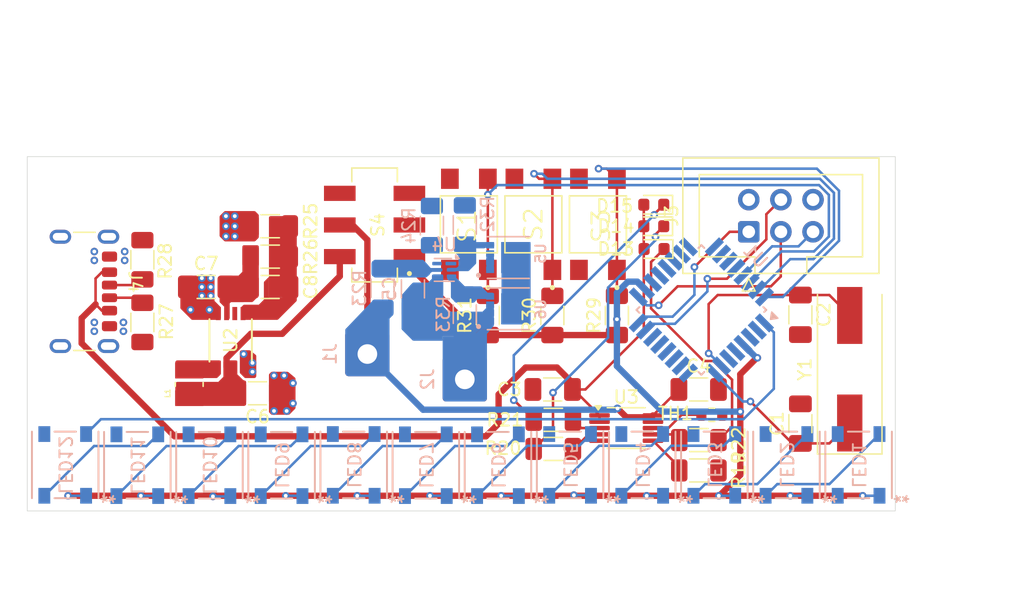
<source format=kicad_pcb>
(kicad_pcb (version 20240108) (generator "pcbnew") (generator_version "8.0")
  (layers (0 "F.Cu" signal) (31 "B.Cu" signal) (34 "B.Paste" user) (35 "F.Paste" user) (36 "B.SilkS" user "B.Silkscreen") (37 "F.SilkS" user "F.Silkscreen") (38 "B.Mask" user) (39 "F.Mask" user) (44 "Edge.Cuts" user))
  (net 0 "")
  (net 1 "Net-(U1-XTAL2{slash}PB7)")
  (net 2 "GND")
  (net 3 "Net-(U1-XTAL1{slash}PB6)")
  (net 4 "Net-(D13-A)")
  (net 5 "LiPo+")
  (net 6 "Net-(J2-Pin_1)")
  (net 7 "Net-(U4-BAT)")
  (net 8 "Net-(U2-EN)")
  (net 9 "avr_vcc")
  (net 10 "Net-(U2-FB)")
  (net 11 "Net-(D13-K)")
  (net 12 "Net-(D14-K)")
  (net 13 "Net-(D15-K)")
  (net 14 "sck")
  (net 15 "programmer_vcc")
  (net 16 "miso")
  (net 17 "reset")
  (net 18 "mosi")
  (net 19 "Net-(J4-CC1)")
  (net 20 "Net-(J4-CC2)")
  (net 21 "Net-(U2-LX)")
  (net 22 "Net-(LED1-DIN)")
  (net 24 "Net-(LED2-DIN)")
  (net 25 "Net-(LED3-DIN)")
  (net 26 "Net-(LED4-DIN)")
  (net 27 "Net-(LED5-DIN)")
  (net 28 "Net-(LED6-DIN)")
  (net 29 "Net-(LED7-DIN)")
  (net 30 "Net-(LED8-DIN)")
  (net 31 "Net-(LED10-DOUT)")
  (net 32 "Net-(LED10-DIN)")
  (net 33 "Net-(LED11-DIN)")
  (net 34 "LED_DIN")
  (net 35 "Net-(U3-PROG)")
  (net 36 "Net-(U3-STAT2)")
  (net 37 "Net-(U3-STAT1)")
  (net 38 "Net-(U3-~{PG})")
  (net 39 "Net-(U4-V-)")
  (net 40 "Net-(U1-PD2)")
  (net 41 "Net-(U1-PD1)")
  (net 42 "Net-(U1-PD0)")
  (net 43 "Net-(U4-Cout)")
  (net 44 "Net-(U4-Dout)")
  (net 47 "Net-(U3-THERM)")
  (net 68 "Net-(U5-Pad5)")
  (footprint "Resistor_SMD:R_1206_3216Metric_Pad1.30x1.75mm_HandSolder" (layer "F.Cu") (at 136.4 84.55 90)
    (property "Reference" "R31")
    (property "Value" "470")
  )
  (footprint "Package_SO:MSOP-10_3x3mm_P0.5mm" (layer "F.Cu") (at 147.3375 93.45)
    (property "Reference" "U3")
    (property "Value" "MCP73833T-AMI/UN")
  )
  (footprint "footprints:MSOP8_DIO" (layer "F.Cu") (at 116.07536 86.5209 90)
    (property "Reference" "U2")
    (property "Value" "PAM2401SCADJ")
  )
  (footprint "Resistor_SMD:R_1206_3216Metric_Pad1.30x1.75mm_HandSolder" (layer "F.Cu") (at 141.5 84.55 90)
    (property "Reference" "R30")
    (property "Value" "470")
  )
  (footprint "Resistor_SMD:R_0603_1608Metric" (layer "F.Cu") (at 154.1 92.4)
    (property "Reference" "TH1")
    (property "Value" "10k")
  )
  (footprint "TL3305CF260QG:SW_TL3305CF260QG" (layer "F.Cu") (at 134.9 77.35 90)
    (property "Reference" "S1")
    (property "Value" "TL3305CF260QG")
  )
  (footprint "Connector_IDC:IDC-Header_2x03_P2.54mm_Vertical" (layer "F.Cu") (at 157.02 77.94 90)
    (property "Reference" "J3")
    (property "Value" "Conn_02x03_Odd_Even")
  )
  (footprint "TL3305CF260QG:SW_TL3305CF260QG" (layer "F.Cu") (at 140 77.35 90)
    (property "Reference" "S2")
    (property "Value" "TL3305CF260QG")
  )
  (footprint "JS202011SCQN:SW_JS202011SCQN" (layer "F.Cu") (at 127.45 77.4 90)
    (property "Reference" "S4")
    (property "Value" "JS202011SCQN")
  )
  (footprint "Capacitor_SMD:C_1206_3216Metric_Pad1.33x1.80mm_HandSolder" (layer "F.Cu") (at 161.1 84.5 -90)
    (property "Reference" "C2")
    (property "Value" "20pf")
  )
  (footprint "Resistor_SMD:R_1206_3216Metric_Pad1.30x1.75mm_HandSolder" (layer "F.Cu") (at 141.575 92.8 180)
    (property "Reference" "R21")
    (property "Value" "470")
  )
  (footprint "Crystal:Crystal_SMD_HC49-SD" (layer "F.Cu") (at 165 88.8 90)
    (property "Reference" "Y1")
    (property "Value" "CrystalABLS-8.000MHZ-B2-T")
  )
  (footprint "Capacitor_SMD:C_1206_3216Metric_Pad1.33x1.80mm_HandSolder" (layer "F.Cu") (at 118.2 90.7 180)
    (property "Reference" "C6")
    (property "Value" "10µF")
  )
  (footprint "Resistor_SMD:R_1206_3216Metric_Pad1.30x1.75mm_HandSolder" (layer "F.Cu") (at 109.1 80.15 90)
    (property "Reference" "R28")
    (property "Value" "5k1")
  )
  (footprint "DF252012F-2R2M_P2:INDC2520X120N" (layer "F.Cu") (at 112.8 90 90)
    (property "Reference" "L1")
    (property "Value" "DFE252012F-2R2M=P2")
  )
  (footprint "Resistor_SMD:R_1206_3216Metric_Pad1.30x1.75mm_HandSolder" (layer "F.Cu") (at 153.075 96.8)
    (property "Reference" "R19")
    (property "Value" "1k")
  )
  (footprint "Capacitor_SMD:C_1206_3216Metric_Pad1.33x1.80mm_HandSolder" (layer "F.Cu") (at 114.1375 82.3)
    (property "Reference" "C7")
    (property "Value" "22µF")
  )
  (footprint "Connector_USB:USB_C_Receptacle_GCT_USB4125-xx-x_6P_TopMnt_Horizontal" (layer "F.Cu") (at 103.42 82.65 -90)
    (property "Reference" "J4")
    (property "Value" "USB4125-GF-A")
  )
  (footprint "LED_SMD:LED_0603_1608Metric" (layer "F.Cu") (at 149.5125 77.5 180)
    (property "Reference" "D14")
    (property "Value" "150060VS75000")
  )
  (footprint "Capacitor_SMD:C_1206_3216Metric_Pad1.33x1.80mm_HandSolder" (layer "F.Cu") (at 141.525 90.4 180)
    (property "Reference" "C3")
    (property "Value" "1µF")
  )
  (footprint "LED_SMD:LED_0603_1608Metric" (layer "F.Cu") (at 149.5375 79.3 180)
    (property "Reference" "D13")
    (property "Value" "150060BS75000")
  )
  (footprint "Resistor_SMD:R_1206_3216Metric_Pad1.30x1.75mm_HandSolder" (layer "F.Cu") (at 141.575 95.1 180)
    (property "Reference" "R20")
    (property "Value" "470")
  )
  (footprint "Resistor_SMD:R_1206_3216Metric_Pad1.30x1.75mm_HandSolder" (layer "F.Cu") (at 153.075 94.4)
    (property "Reference" "R22")
    (property "Value" "470")
  )
  (footprint "Capacitor_SMD:C_1206_3216Metric_Pad1.33x1.80mm_HandSolder" (layer "F.Cu") (at 161.1 93.1 90)
    (property "Reference" "C1")
    (property "Value" "20pf")
  )
  (footprint "Capacitor_SMD:C_1206_3216Metric_Pad1.33x1.80mm_HandSolder" (layer "F.Cu") (at 153.0625 90.4)
    (property "Reference" "C4")
    (property "Value" "1µF")
  )
  (footprint "Resistor_SMD:R_1206_3216Metric_Pad1.30x1.75mm_HandSolder" (layer "F.Cu") (at 146.6 84.55 90)
    (property "Reference" "R29")
    (property "Value" "470")
  )
  (footprint "Resistor_SMD:R_1206_3216Metric_Pad1.30x1.75mm_HandSolder" (layer "F.Cu") (at 109.1 85.1 -90)
    (property "Reference" "R27")
    (property "Value" "5k1")
  )
  (footprint "LED_SMD:LED_0603_1608Metric" (layer "F.Cu") (at 149.5125 75.8 180)
    (property "Reference" "D15")
    (property "Value" "150060YS75000")
  )
  (footprint "Capacitor_SMD:C_1206_3216Metric_Pad1.33x1.80mm_HandSolder" (layer "F.Cu") (at 119.2 82.3 180)
    (property "Reference" "C8")
    (property "Value" "2.2nF")
  )
  (footprint "Resistor_SMD:R_1206_3216Metric_Pad1.30x1.75mm_HandSolder" (layer "F.Cu") (at 119.2 77.5 180)
    (property "Reference" "R25")
    (property "Value" "100k")
  )
  (footprint "Resistor_SMD:R_1206_3216Metric_Pad1.30x1.75mm_HandSolder" (layer "F.Cu") (at 119.2 79.9 180)
    (property "Reference" "R26")
    (property "Value" "750k")
  )
  (footprint "TL3305CF260QG:SW_TL3305CF260QG" (layer "F.Cu") (at 145.1 77.35 90)
    (property "Reference" "S3")
    (property "Value" "TL3305CF260QG")
  )
  (footprint "Resistor_SMD:R_1206_3216Metric_Pad1.30x1.75mm_HandSolder" (layer "B.Cu") (at 131.98 77.45 -90)
    (property "Reference" "R24")
    (property "Value" "2k2")
  )
  (footprint "Package_QFP:TQFP-32_7x7mm_P0.8mm" (layer "B.Cu") (at 153.274695 84.114897 135)
    (property "Reference" "U1")
    (property "Value" "ATmega328PB-AU")
  )
  (footprint "COM_16347:COM-16347_SPK" (layer "B.Cu") (at 148.6 96.3616 90)
    (property "Reference" "LED4")
    (property "Value" "COM-16347")
  )
  (footprint "COM_16347:COM-16347_SPK" (layer "B.Cu") (at 108.700002 96.3848 90)
    (property "Reference" "LED11")
    (property "Value" "COM-16347")
  )
  (footprint "Connector_Wire:SolderWire-0.75sqmm_1x01_D1.25mm_OD3.5mm" (layer "B.Cu") (at 126.88 87.6 -90)
    (property "Reference" "J1")
    (property "Value" "CellP")
  )
  (footprint "COM_16347:COM-16347_SPK" (layer "B.Cu") (at 165.7 96.3616 90)
    (property "Reference" "LED1")
    (property "Value" "COM-16347")
  )
  (footprint "Resistor_SMD:R_1206_3216Metric_Pad1.30x1.75mm_HandSolder" (layer "B.Cu") (at 134.58 84.45 90)
    (property "Reference" "R33")
    (property "Value" "5M")
  )
  (footprint "CSD16406Q3:TRANS_CSD16406Q3" (layer "B.Cu") (at 138.015 84.025)
    (property "Reference" "U6")
    (property "Value" "CSD16406Q3")
  )
  (footprint "COM_16347:COM-16347_SPK" (layer "B.Cu") (at 131.5 96.3848 90)
    (property "Reference" "LED7")
    (property "Value" "COM-16347")
  )
  (footprint "Resistor_SMD:R_1206_3216Metric_Pad1.30x1.75mm_HandSolder" (layer "B.Cu") (at 128.08 82.4 -90)
    (property "Reference" "R23")
    (property "Value" "330")
  )
  (footprint "COM_16347:COM-16347_SPK" (layer "B.Cu") (at 154.300002 96.3616 90)
    (property "Reference" "LED3")
    (property "Value" "COM-16347")
  )
  (footprint "Capacitor_SMD:C_1206_3216Metric_Pad1.33x1.80mm_HandSolder" (layer "B.Cu") (at 130.48 82.45 -90)
    (property "Reference" "C5")
    (property "Value" "0.1µF")
  )
  (footprint "Connector_Wire:SolderWire-0.75sqmm_1x01_D1.25mm_OD3.5mm" (layer "B.Cu") (at 134.58 89.6 -90)
    (property "Reference" "J2")
    (property "Value" "CellN")
  )
  (footprint "COM_16347:COM-16347_SPK" (layer "B.Cu") (at 160.000002 96.3616 90)
    (property "Reference" "LED2")
    (property "Value" "COM-16347")
  )
  (footprint "COM_16347:COM-16347_SPK" (layer "B.Cu") (at 120.1 96.3848 90)
    (property "Reference" "LED9")
    (property "Value" "COM-16347")
  )
  (footprint "CSD16406Q3:TRANS_CSD16406Q3" (layer "B.Cu") (at 138.015 79.975)
    (property "Reference" "U5")
    (property "Value" "CSD16406Q3")
  )
  (footprint "COM_16347:COM-16347_SPK" (layer "B.Cu") (at 142.9 96.3616 90)
    (property "Reference" "LED5")
    (property "Value" "COM-16347")
  )
  (footprint "COM_16347:COM-16347_SPK" (layer "B.Cu") (at 125.8 96.3616 90)
    (property "Reference" "LED8")
    (property "Value" "COM-16347")
  )
  (footprint "COM_16347:COM-16347_SPK" (layer "B.Cu") (at 137.200002 96.3848 90)
    (property "Reference" "LED6")
    (property "Value" "COM-16347")
  )
  (footprint "COM_16347:COM-16347_SPK" (layer "B.Cu") (at 114.4 96.3848 90)
    (property "Reference" "LED10")
    (property "Value" "COM-16347")
  )
  (footprint "Package_SON:WSON-6_1.5x1.5mm_P0.5mm" (layer "B.Cu") (at 132.955 80.95 180)
    (property "Reference" "U4")
    (property "Value" "BQ29737")
  )
  (footprint "Resistor_SMD:R_1206_3216Metric_Pad1.30x1.75mm_HandSolder" (layer "B.Cu") (at 134.58 77.4 90)
    (property "Reference" "R32")
    (property "Value" "5M")
  )
  (footprint "COM_16347:COM-16347_SPK" (layer "B.Cu") (at 103.000002 96.3616 90)
    (property "Reference" "LED12")
    (property "Value" "COM-16347")
  )
  (gr_rect (start 100 72) (end 168.6 100) (stroke (width 0.05)) (fill none) (layer "Edge.Cuts"))
  (segment (start 163.3875 94.6625) (end 165 93.05) (width 0.2) (layer "F.Cu") (net 1))
  (segment (start 161.1 94.6625) (end 160.4625 94.6625) (width 0.2) (layer "F.Cu") (net 1))
  (segment (start 161.1 94.6625) (end 163.3875 94.6625) (width 0.2) (layer "F.Cu") (net 1))
  (segment (start 160.4625 94.6625) (end 157.15 91.35) (width 0.2) (layer "F.Cu") (net 1))
  (via (at 157.15 91.35) (size 0.6) (drill 0.3) (layers "F.Cu" "B.Cu") (net 1))
  (segment (start 157.15 91.35) (end 156.55 91.35) (width 0.2) (layer "B.Cu") (net 1))
  (segment (start 156.55 91.35) (end 154.3 89.1) (width 0.2) (layer "B.Cu") (net 1))
  (via (at 115.7 77.5) (size 0.6) (drill 0.3) (layers "F.Cu" "B.Cu") (net 2))
  (via (at 117.1 87.6) (size 0.6) (drill 0.3) (layers "F.Cu" "B.Cu") (net 2))
  (via (at 116.4 78.3) (size 0.6) (drill 0.3) (layers "F.Cu" "B.Cu") (net 2))
  (via (at 116.4 76.7) (size 0.6) (drill 0.3) (layers "F.Cu" "B.Cu") (net 2))
  (via (at 105.3 80.2) (size 0.6) (drill 0.3) (layers "F.Cu" "B.Cu") (net 2))
  (via (at 117.8 89) (size 0.6) (drill 0.3) (layers "F.Cu" "B.Cu") (net 2))
  (via (at 121 89.9) (size 0.6) (drill 0.3) (layers "F.Cu" "B.Cu") (net 2))
  (via (at 107.7 79.5) (size 0.6) (drill 0.3) (layers "F.Cu" "B.Cu") (net 2))
  (via (at 113.8 82.3) (size 0.6) (drill 0.3) (layers "F.Cu" "B.Cu") (net 2))
  (via (at 107.6 85.8) (size 0.6) (drill 0.3) (layers "F.Cu" "B.Cu") (net 2))
  (via (at 114.5 82.3) (size 0.6) (drill 0.3) (layers "F.Cu" "B.Cu") (net 2))
  (via (at 113.8 81.6) (size 0.6) (drill 0.3) (layers "F.Cu" "B.Cu") (net 2))
  (via (at 121 91.5) (size 0.6) (drill 0.3) (layers "F.Cu" "B.Cu") (net 2))
  (via (at 120.5 92.1) (size 0.6) (drill 0.3) (layers "F.Cu" "B.Cu") (net 2))
  (via (at 117.8 88.3) (size 0.6) (drill 0.3) (layers "F.Cu" "B.Cu") (net 2))
  (via (at 114.5 83) (size 0.6) (drill 0.3) (layers "F.Cu" "B.Cu") (net 2))
  (via (at 112.9 84.1) (size 0.6) (drill 0.3) (layers "F.Cu" "B.Cu") (net 2))
  (via (at 116.4 77.5) (size 0.6) (drill 0.3) (layers "F.Cu" "B.Cu") (net 2))
  (via (at 119.5 92.1) (size 0.6) (drill 0.3) (layers "F.Cu" "B.Cu") (net 2))
  (via (at 113.8 83) (size 0.6) (drill 0.3) (layers "F.Cu" "B.Cu") (net 2))
  (via (at 119.5 89.3) (size 0.6) (drill 0.3) (layers "F.Cu" "B.Cu") (net 2))
  (via (at 107.6 85.1) (size 0.6) (drill 0.3) (layers "F.Cu" "B.Cu") (net 2))
  (via (at 105.3 85.8) (size 0.6) (drill 0.3) (layers "F.Cu" "B.Cu") (net 2))
  (via (at 105.3 85.1) (size 0.6) (drill 0.3) (layers "F.Cu" "B.Cu") (net 2))
  (via (at 114.5 81.6) (size 0.6) (drill 0.3) (layers "F.Cu" "B.Cu") (net 2))
  (via (at 114.4 84.1) (size 0.6) (drill 0.3) (layers "F.Cu" "B.Cu") (net 2))
  (via (at 120.3 89.3) (size 0.6) (drill 0.3) (layers "F.Cu" "B.Cu") (net 2))
  (via (at 107.7 80.2) (size 0.6) (drill 0.3) (layers "F.Cu" "B.Cu") (net 2))
  (via (at 105.3 79.5) (size 0.6) (drill 0.3) (layers "F.Cu" "B.Cu") (net 2))
  (via (at 115.7 78.3) (size 0.6) (drill 0.3) (layers "F.Cu" "B.Cu") (net 2))
  (via (at 115.7 76.7) (size 0.6) (drill 0.3) (layers "F.Cu" "B.Cu") (net 2))
  (segment (start 161.1 82.9375) (end 163.3875 82.9375) (width 0.2) (layer "F.Cu") (net 3))
  (segment (start 154.5625 82.9375) (end 153.85 83.65) (width 0.2) (layer "F.Cu") (net 3))
  (segment (start 153.85 83.65) (end 153.85 87.55) (width 0.2) (layer "F.Cu") (net 3))
  (segment (start 161.1 82.9375) (end 154.5625 82.9375) (width 0.2) (layer "F.Cu") (net 3))
  (segment (start 163.3875 82.9375) (end 165 84.55) (width 0.2) (layer "F.Cu") (net 3))
  (via (at 153.85 87.55) (size 0.6) (drill 0.3) (layers "F.Cu" "B.Cu") (net 3))
  (segment (start 153.881371 87.55) (end 154.865685 88.534314) (width 0.2) (layer "B.Cu") (net 3))
  (segment (start 153.85 87.55) (end 153.881371 87.55) (width 0.2) (layer "B.Cu") (net 3))
  (segment (start 141.867372 88.667372) (end 139.382628 88.667372) (width 0.5) (layer "F.Cu") (net 4))
  (segment (start 144.109744 90.4) (end 148.725 85.784744) (width 0.2) (layer "F.Cu") (net 4))
  (segment (start 143.0875 89.8875) (end 141.867372 88.667372) (width 0.5) (layer "F.Cu") (net 4))
  (segment (start 105.4 83.67) (end 105.9 84.17) (width 0.2) (layer "F.Cu") (net 4))
  (segment (start 137.25 90.8) (end 137.25 93.1) (width 0.5) (layer "F.Cu") (net 4))
  (segment (start 106.5 81.13) (end 105.9 81.13) (width 0.2) (layer "F.Cu") (net 4))
  (segment (start 136.25 94.1) (end 111.65 94.1) (width 0.5) (layer "F.Cu") (net 4))
  (segment (start 143.175 90.4) (end 143.0875 90.4) (width 0.2) (layer "F.Cu") (net 4))
  (segment (start 148.725 85.784744) (end 148.725 75.8) (width 0.2) (layer "F.Cu") (net 4))
  (segment (start 145.225 92.95) (end 145.225 92.45) (width 0.2) (layer "F.Cu") (net 4))
  (segment (start 137.25 93.1) (end 136.25 94.1) (width 0.5) (layer "F.Cu") (net 4))
  (segment (start 104.3 84.77) (end 105.4 83.67) (width 0.5) (layer "F.Cu") (net 4))
  (segment (start 143.0875 90.4) (end 143.0875 89.8875) (width 0.5) (layer "F.Cu") (net 4))
  (segment (start 105.9 84.17) (end 106.5 84.17) (width 0.2) (layer "F.Cu") (net 4))
  (segment (start 104.3 86.75) (end 104.3 84.77) (width 0.5) (layer "F.Cu") (net 4))
  (segment (start 105.4 81.63) (end 105.4 83.67) (width 0.2) (layer "F.Cu") (net 4))
  (segment (start 105.9 81.13) (end 105.4 81.63) (width 0.2) (layer "F.Cu") (net 4))
  (segment (start 139.382628 88.667372) (end 137.25 90.8) (width 0.5) (layer "F.Cu") (net 4))
  (segment (start 111.65 94.1) (end 104.3 86.75) (width 0.5) (layer "F.Cu") (net 4))
  (segment (start 145.225 92.45) (end 143.175 90.4) (width 0.2) (layer "F.Cu") (net 4))
  (segment (start 143.0875 90.4) (end 144.109744 90.4) (width 0.2) (layer "F.Cu") (net 4))
  (segment (start 149.45 92.45) (end 149.45 92.95) (width 0.2) (layer "F.Cu") (net 5))
  (segment (start 149.45 92.45) (end 151.5 90.4) (width 0.2) (layer "F.Cu") (net 5))
  (segment (start 146.65 91.9) (end 147.35 92.6) (width 0.5) (layer "F.Cu") (net 5))
  (segment (start 125.7 77.4) (end 126.88 78.58) (width 0.5) (layer "F.Cu") (net 5))
  (segment (start 149.3 92.6) (end 149.45 92.45) (width 0.5) (layer "F.Cu") (net 5))
  (segment (start 126.88 78.58) (end 126.88 87.6) (width 0.5) (layer "F.Cu") (net 5))
  (segment (start 124.7 77.4) (end 125.7 77.4) (width 0.5) (layer "F.Cu") (net 5))
  (segment (start 147.35 92.6) (end 149.3 92.6) (width 0.5) (layer "F.Cu") (net 5))
  (via (at 146.65 91.9) (size 0.6) (drill 0.3) (layers "F.Cu" "B.Cu") (net 5))
  (segment (start 146.45 92) (end 131.28 92) (width 0.5) (layer "B.Cu") (net 5))
  (segment (start 146.65 91.9) (end 146.6 91.85) (width 0.2) (layer "B.Cu") (net 5))
  (segment (start 131.28 92) (end 131.13 91.85) (width 0.5) (layer "B.Cu") (net 5))
  (segment (start 131.13 91.85) (end 126.88 87.6) (width 0.5) (layer "B.Cu") (net 5))
  (segment (start 146.6 91.85) (end 146.45 92) (width 0.5) (layer "B.Cu") (net 5))
  (segment (start 117.67134 86) (end 120.15 86) (width 0.5) (layer "F.Cu") (net 8))
  (segment (start 115.75024 87.9211) (end 117.67134 86) (width 0.5) (layer "F.Cu") (net 8))
  (segment (start 115.75024 88.6418) (end 115.75024 87.9211) (width 0.5) (layer "F.Cu") (net 8))
  (segment (start 124.7 81.45) (end 124.7 79.9) (width 0.5) (layer "F.Cu") (net 8))
  (segment (start 120.15 86) (end 124.7 81.45) (width 0.5) (layer "F.Cu") (net 8))
  (segment (start 156.35 89.2) (end 157.65 87.9) (width 0.5) (layer "F.Cu") (net 9))
  (segment (start 130.2 80.65) (end 135.65 86.1) (width 0.5) (layer "F.Cu") (net 9))
  (segment (start 146.6 86.1) (end 146.6 84.85) (width 0.5) (layer "F.Cu") (net 9))
  (segment (start 157.65 87.9) (end 157.7 87.9) (width 0.2) (layer "F.Cu") (net 9))
  (segment (start 103.225 98.8) (end 166.025 98.8) (width 0.5) (layer "F.Cu") (net 9))
  (segment (start 156.35 97.15) (end 156.35 92.15) (width 0.5) (layer "F.Cu") (net 9))
  (segment (start 154.65 98.8) (end 154.7 98.8) (width 0.5) (layer "F.Cu") (net 9))
  (segment (start 130.2 79.9) (end 130.2 80.65) (width 0.5) (layer "F.Cu") (net 9))
  (segment (start 135.65 86.1) (end 136.4 86.1) (width 0.5) (layer "F.Cu") (net 9))
  (segment (start 157.7 87.85) (end 157.65 87.9) (width 0.2) (layer "F.Cu") (net 9))
  (segment (start 156.35 92.15) (end 156.35 89.2) (width 0.5) (layer "F.Cu") (net 9))
  (segment (start 146.6 86.1) (end 136.4 86.1) (width 0.5) (layer "F.Cu") (net 9))
  (segment (start 157.7 87.9) (end 157.7 87.85) (width 0.2) (layer "F.Cu") (net 9))
  (segment (start 154.7 98.8) (end 156.35 97.15) (width 0.5) (layer "F.Cu") (net 9))
  (via (at 108.975 98.8) (size 0.6) (drill 0.3) (layers "F.Cu" "B.Cu") (net 9))
  (via (at 131.825 98.8) (size 0.6) (drill 0.3) (layers "F.Cu" "B.Cu") (net 9))
  (via (at 148.95 98.8) (size 0.6) (drill 0.3) (layers "F.Cu" "B.Cu") (net 9))
  (via (at 160.3 98.8) (size 0.6) (drill 0.3) (layers "F.Cu" "B.Cu") (net 9))
  (via (at 126.075 98.8) (size 0.6) (drill 0.3) (layers "F.Cu" "B.Cu") (net 9))
  (via (at 157.7 87.9) (size 0.6) (drill 0.3) (layers "F.Cu" "B.Cu") (net 9))
  (via (at 143.2 98.75) (size 0.6) (drill 0.3) (layers "F.Cu" "B.Cu") (net 9))
  (via (at 120.425 98.8) (size 0.6) (drill 0.3) (layers "F.Cu" "B.Cu") (net 9))
  (via (at 146.6 84.85) (size 0.6) (drill 0.3) (layers "F.Cu" "B.Cu") (net 9))
  (via (at 166.025 98.8) (size 0.6) (drill 0.3) (layers "F.Cu" "B.Cu") (net 9))
  (via (at 137.45 98.8) (size 0.6) (drill 0.3) (layers "F.Cu" "B.Cu") (net 9))
  (via (at 114.675 98.85) (size 0.6) (drill 0.3) (layers "F.Cu" "B.Cu") (net 9))
  (via (at 154.65 98.8) (size 0.6) (drill 0.3) (layers "F.Cu" "B.Cu") (net 9))
  (via (at 156.35 92.15) (size 0.6) (drill 0.3) (layers "F.Cu" "B.Cu") (net 9))
  (via (at 103.225 98.8) (size 0.6) (drill 0.3) (layers "F.Cu" "B.Cu") (net 9))
  (segment (start 110.324999 98.8) (end 108.975 98.8) (width 0.2) (layer "B.Cu") (net 9))
  (segment (start 116.024999 98.85) (end 114.675 98.85) (width 0.2) (layer "B.Cu") (net 9))
  (segment (start 157.7 87.9) (end 157.625484 87.9) (width 0.2) (layer "B.Cu") (net 9))
  (segment (start 167.374999 98.8) (end 166.025 98.8) (width 0.2) (layer "B.Cu") (net 9))
  (segment (start 156.35 92.15) (end 150.2 92.15) (width 0.5) (layer "B.Cu") (net 9))
  (segment (start 148.210823 81.879452) (end 148.855278 82.523907) (width 0.5) (layer "B.Cu") (net 9))
  (segment (start 150.2 92.15) (end 146.6 88.55) (width 0.5) (layer "B.Cu") (net 9))
  (segment (start 133.174999 98.8) (end 131.825 98.8) (width 0.2) (layer "B.Cu") (net 9))
  (segment (start 157.625484 87.9) (end 156.562742 86.837258) (width 0.5) (layer "B.Cu") (net 9))
  (segment (start 121.774999 98.8) (end 120.425 98.8) (width 0.2) (layer "B.Cu") (net 9))
  (segment (start 161.649999 98.8) (end 160.3 98.8) (width 0.2) (layer "B.Cu") (net 9))
  (segment (start 146.6 88.55) (end 146.6 84.85) (width 0.5) (layer "B.Cu") (net 9))
  (segment (start 104.574999 98.8) (end 103.225 98.8) (width 0.2) (layer "B.Cu") (net 9))
  (segment (start 138.799999 98.8) (end 137.45 98.8) (width 0.2) (layer "B.Cu") (net 9))
  (segment (start 146.6 82.75) (end 147.470548 81.879452) (width 0.5) (layer "B.Cu") (net 9))
  (segment (start 155.999999 98.8) (end 154.65 98.8) (width 0.2) (layer "B.Cu") (net 9))
  (segment (start 147.470548 81.879452) (end 148.210823 81.879452) (width 0.5) (layer "B.Cu") (net 9))
  (segment (start 146.6 84.85) (end 146.6 82.75) (width 0.5) (layer "B.Cu") (net 9))
  (segment (start 127.424999 98.8) (end 126.075 98.8) (width 0.2) (layer "B.Cu") (net 9))
  (segment (start 144.549999 98.75) (end 143.2 98.75) (width 0.2) (layer "B.Cu") (net 9))
  (segment (start 150.299999 98.8) (end 148.95 98.8) (width 0.2) (layer "B.Cu") (net 9))
  (segment (start 153.45 88.15) (end 149.3 84) (width 0.2) (layer "F.Cu") (net 11))
  (segment (start 154.222244 88.15) (end 153.45 88.15) (width 0.2) (layer "F.Cu") (net 11))
  (segment (start 155.7 89.627756) (end 154.222244 88.15) (width 0.2) (layer "F.Cu") (net 11))
  (segment (start 155.7 93.325) (end 155.7 89.627756) (width 0.2) (layer "F.Cu") (net 11))
  (segment (start 154.625 94.4) (end 155.7 93.325) (width 0.2) (layer "F.Cu") (net 11))
  (segment (start 149.3 84) (end 149.3 80.325) (width 0.2) (layer "F.Cu") (net 11))
  (segment (start 149.3 80.325) (end 150.325 79.3) (width 0.2) (layer "F.Cu") (net 11))
  (segment (start 149.65 78.35) (end 149.65 78.15) (width 0.2) (layer "F.Cu") (net 12))
  (segment (start 149.65 78.15) (end 150.3 77.5) (width 0.2) (layer "F.Cu") (net 12))
  (segment (start 140.025 95.1) (end 141.55 93.575) (width 0.2) (layer "F.Cu") (net 12))
  (segment (start 141.55 90.65) (end 141.55 90.6) (width 0.2) (layer "F.Cu") (net 12))
  (segment (start 141.55 93.575) (end 141.55 90.65) (width 0.2) (layer "F.Cu") (net 12))
  (via (at 149.65 78.35) (size 0.6) (drill 0.3) (layers "F.Cu" "B.Cu") (net 12))
  (via (at 141.55 90.65) (size 0.6) (drill 0.3) (layers "F.Cu" "B.Cu") (net 12))
  (segment (start 141.55 90.65) (end 145.9 86.3) (width 0.2) (layer "B.Cu") (net 12))
  (segment (start 149.65 78.6) (end 149.65 78.35) (width 0.2) (layer "B.Cu") (net 12))
  (segment (start 145.9 82.35) (end 149.65 78.6) (width 0.2) (layer "B.Cu") (net 12))
  (segment (start 145.9 86.3) (end 145.9 82.35) (width 0.2) (layer "B.Cu") (net 12))
  (segment (start 149.55 76.55) (end 150.3 75.8) (width 0.2) (layer "F.Cu") (net 13))
  (segment (start 138.45 91.25) (end 138.4 91.3) (width 0.2) (layer "F.Cu") (net 13))
  (segment (start 149.55 76.6) (end 149.55 76.55) (width 0.2) (layer "F.Cu") (net 13))
  (segment (start 138.525 91.3) (end 138.45 91.25) (width 0.2) (layer "F.Cu") (net 13))
  (segment (start 140.025 92.8) (end 138.525 91.3) (width 0.2) (layer "F.Cu") (net 13))
  (via (at 138.45 91.25) (size 0.6) (drill 0.3) (layers "F.Cu" "B.Cu") (net 13))
  (via (at 149.55 76.6) (size 0.6) (drill 0.3) (layers "F.Cu" "B.Cu") (net 13))
  (segment (start 138.45 87.7) (end 149.55 76.6) (width 0.2) (layer "B.Cu") (net 13))
  (segment (start 138.45 91.25) (end 138.45 87.7) (width 0.2) (layer "B.Cu") (net 13))
  (segment (start 158.77 82.25) (end 151.4 82.25) (width 0.2) (layer "F.Cu") (net 14))
  (segment (start 149.9 83.75) (end 149.85 83.75) (width 0.2) (layer "F.Cu") (net 14))
  (segment (start 159.55 81.47) (end 158.77 82.25) (width 0.2) (layer "F.Cu") (net 14))
  (segment (start 159.56 77.94) (end 159.55 77.95) (width 0.2) (layer "F.Cu") (net 14))
  (segment (start 151.4 82.25) (end 149.9 83.75) (width 0.2) (layer "F.Cu") (net 14))
  (segment (start 159.55 77.95) (end 159.55 81.47) (width 0.2) (layer "F.Cu") (net 14))
  (via (at 149.9 83.75) (size 0.6) (drill 0.3) (layers "F.Cu" "B.Cu") (net 14))
  (segment (start 148.95 83.75) (end 148.289592 83.089592) (width 0.2) (layer "B.Cu") (net 14))
  (segment (start 149.9 83.75) (end 148.95 83.75) (width 0.2) (layer "B.Cu") (net 14))
  (segment (start 152.725 80.725) (end 155.51 77.94) (width 0.2) (layer "F.Cu") (net 16))
  (segment (start 155.51 77.94) (end 157.02 77.94) (width 0.2) (layer "F.Cu") (net 16))
  (via (at 152.725 80.725) (size 0.6) (drill 0.3) (layers "F.Cu" "B.Cu") (net 16))
  (segment (start 152.725 80.725) (end 152.725 82.925) (width 0.2) (layer "B.Cu") (net 16))
  (segment (start 148.784047 84.645747) (end 148.289592 85.140202) (width 0.2) (layer "B.Cu") (net 16))
  (segment (start 151.004253 84.645747) (end 148.784047 84.645747) (width 0.2) (layer "B.Cu") (net 16))
  (segment (start 152.725 82.925) (end 151.004253 84.645747) (width 0.2) (layer "B.Cu") (net 16))
  (segment (start 160.95 79.09) (end 158.865278 79.09) (width 0.2) (layer "B.Cu") (net 17))
  (segment (start 158.865278 79.09) (end 156.562742 81.392536) (width 0.2) (layer "B.Cu") (net 17))
  (segment (start 162.1 77.94) (end 160.95 79.09) (width 0.2) (layer "B.Cu") (net 17))
  (segment (start 158.41 76.55) (end 159.56 75.4) (width 0.2) (layer "F.Cu") (net 18))
  (segment (start 158.41 78.534744) (end 158.41 76.55) (width 0.2) (layer "F.Cu") (net 18))
  (segment (start 153.75 81.65) (end 155.294744 81.65) (width 0.2) (layer "F.Cu") (net 18))
  (segment (start 155.294744 81.65) (end 158.41 78.534744) (width 0.2) (layer "F.Cu") (net 18))
  (via (at 153.75 81.65) (size 0.6) (drill 0.3) (layers "F.Cu" "B.Cu") (net 18))
  (segment (start 149.349732 85.211433) (end 148.855278 85.705887) (width 0.2) (layer "B.Cu") (net 18))
  (segment (start 153.75 82.65) (end 151.188567 85.211433) (width 0.2) (layer "B.Cu") (net 18))
  (segment (start 153.75 81.65) (end 153.75 82.65) (width 0.2) (layer "B.Cu") (net 18))
  (segment (start 151.188567 85.211433) (end 149.349732 85.211433) (width 0.2) (layer "B.Cu") (net 18))
  (segment (start 106.5 82.15) (end 108.65 82.15) (width 0.2) (layer "F.Cu") (net 19))
  (segment (start 108.65 82.15) (end 109.1 81.7) (width 0.2) (layer "F.Cu") (net 19))
  (segment (start 106.5 83.15) (end 108.7 83.15) (width 0.2) (layer "F.Cu") (net 20))
  (segment (start 108.7 83.15) (end 109.1 83.55) (width 0.2) (layer "F.Cu") (net 20))
  (segment (start 167.349999 93.9232) (end 163.395499 97.8777) (width 0.2) (layer "B.Cu") (net 22))
  (segment (start 159.272303 97.8777) (end 158.350003 98.8) (width 0.2) (layer "B.Cu") (net 22))
  (segment (start 163.395499 97.8777) (end 159.272303 97.8777) (width 0.2) (layer "B.Cu") (net 22))
  (segment (start 153.572303 97.8777) (end 152.650003 98.8) (width 0.2) (layer "B.Cu") (net 24))
  (segment (start 161.650001 93.9232) (end 157.695501 97.8777) (width 0.2) (layer "B.Cu") (net 24))
  (segment (start 157.695501 97.8777) (end 153.572303 97.8777) (width 0.2) (layer "B.Cu") (net 24))
  (segment (start 150.904501 94.8455) (end 146.950001 98.8) (width 0.2) (layer "B.Cu") (net 25))
  (segment (start 155.950001 93.9232) (end 155.027701 94.8455) (width 0.2) (layer "B.Cu") (net 25))
  (segment (start 155.027701 94.8455) (end 150.904501 94.8455) (width 0.2) (layer "B.Cu") (net 25))
  (segment (start 145.204501 94.8455) (end 141.250001 98.8) (width 0.2) (layer "B.Cu") (net 26))
  (segment (start 149.327699 94.8455) (end 145.204501 94.8455) (width 0.2) (layer "B.Cu") (net 26))
  (segment (start 150.249999 93.9232) (end 149.327699 94.8455) (width 0.2) (layer "B.Cu") (net 26))
  (segment (start 143.627699 94.8455) (end 139.527703 94.8455) (width 0.2) (layer "B.Cu") (net 27))
  (segment (start 144.549999 93.9232) (end 143.627699 94.8455) (width 0.2) (layer "B.Cu") (net 27))
  (segment (start 139.527703 94.8455) (end 135.550003 98.8232) (width 0.2) (layer "B.Cu") (net 27))
  (segment (start 137.927701 94.8687) (end 133.804501 94.8687) (width 0.2) (layer "B.Cu") (net 28))
  (segment (start 133.804501 94.8687) (end 129.850001 98.8232) (width 0.2) (layer "B.Cu") (net 28))
  (segment (start 138.850001 93.9464) (end 137.927701 94.8687) (width 0.2) (layer "B.Cu") (net 28))
  (segment (start 128.081301 94.8687) (end 124.150001 98.8) (width 0.2) (layer "B.Cu") (net 29))
  (segment (start 132.227699 94.8687) (end 128.081301 94.8687) (width 0.2) (layer "B.Cu") (net 29))
  (segment (start 133.149999 93.9464) (end 132.227699 94.8687) (width 0.2) (layer "B.Cu") (net 29))
  (segment (start 133.149999 93.9464) (end 133.149999 94.000001) (width 0.2) (layer "B.Cu") (net 29))
  (segment (start 133.149999 94.000001) (end 132.85 94.3) (width 0.2) (layer "B.Cu") (net 29))
  (segment (start 122.404501 94.8687) (end 118.450001 98.8232) (width 0.2) (layer "B.Cu") (net 30))
  (segment (start 127.449999 93.9232) (end 126.504499 94.8687) (width 0.2) (layer "B.Cu") (net 30))
  (segment (start 126.504499 94.8687) (end 122.404501 94.8687) (width 0.2) (layer "B.Cu") (net 30))
  (segment (start 121.749999 93.9464) (end 120.827699 94.8687) (width 0.2) (layer "B.Cu") (net 31))
  (segment (start 120.827699 94.8687) (end 116.704501 94.8687) (width 0.2) (layer "B.Cu") (net 31))
  (segment (start 116.704501 94.8687) (end 112.750001 98.8232) (width 0.2) (layer "B.Cu") (net 31))
  (segment (start 115.127699 94.8687) (end 111.004503 94.8687) (width 0.2) (layer "B.Cu") (net 32))
  (segment (start 111.004503 94.8687) (end 107.050003 98.8232) (width 0.2) (layer "B.Cu") (net 32))
  (segment (start 116.049999 93.9464) (end 115.127699 94.8687) (width 0.2) (layer "B.Cu") (net 32))
  (segment (start 105.281303 94.8687) (end 101.350003 98.8) (width 0.2) (layer "B.Cu") (net 33))
  (segment (start 109.427701 94.8687) (end 105.281303 94.8687) (width 0.2) (layer "B.Cu") (net 33))
  (segment (start 110.350001 93.9464) (end 109.427701 94.8687) (width 0.2) (layer "B.Cu") (net 33))
  (segment (start 159 85.880404) (end 158.259798 85.140202) (width 0.2) (layer "B.Cu") (net 34))
  (segment (start 105.823201 92.75) (end 156.598529 92.75) (width 0.2) (layer "B.Cu") (net 34))
  (segment (start 156.598529 92.75) (end 159 90.348529) (width 0.2) (layer "B.Cu") (net 34))
  (segment (start 159 90.348529) (end 159 85.880404) (width 0.2) (layer "B.Cu") (net 34))
  (segment (start 104.650001 93.9232) (end 105.823201 92.75) (width 0.2) (layer "B.Cu") (net 34))
  (segment (start 151.525 96.525) (end 151.525 96.8) (width 0.2) (layer "F.Cu") (net 35))
  (segment (start 149.45 94.45) (end 151.525 96.525) (width 0.2) (layer "F.Cu") (net 35))
  (segment (start 143.125 95.1) (end 143.212068 95.1) (width 0.2) (layer "F.Cu") (net 36))
  (segment (start 144.362068 93.95) (end 145.225 93.95) (width 0.2) (layer "F.Cu") (net 36))
  (segment (start 143.212068 95.1) (end 144.362068 93.95) (width 0.2) (layer "F.Cu") (net 36))
  (segment (start 143.775 93.45) (end 143.125 92.8) (width 0.2) (layer "F.Cu") (net 37))
  (segment (start 145.225 93.45) (end 143.775 93.45) (width 0.2) (layer "F.Cu") (net 37))
  (segment (start 151.525 94.4) (end 151.075 93.95) (width 0.2) (layer "F.Cu") (net 38))
  (segment (start 151.075 93.95) (end 149.45 93.95) (width 0.2) (layer "F.Cu") (net 38))
  (segment (start 145.8 72.95) (end 145.15 72.95) (width 0.2) (layer "F.Cu") (net 40))
  (segment (start 146.6 73.75) (end 146.6 83) (width 0.2) (layer "F.Cu") (net 40))
  (segment (start 146.6 73.75) (end 145.8 72.95) (width 0.2) (layer "F.Cu") (net 40))
  (via (at 145.15 72.95) (size 0.6) (drill 0.3) (layers "F.Cu" "B.Cu") (net 40))
  (segment (start 158.259798 83.089592) (end 158.160408 83.089592) (width 0.2) (layer "B.Cu") (net 40))
  (segment (start 159.710408 83.089592) (end 158.259798 83.089592) (width 0.2) (layer "B.Cu") (net 40))
  (segment (start 145.15 72.95) (end 162.407718 72.95) (width 0.2) (layer "B.Cu") (net 40))
  (segment (start 162.407718 72.95) (end 164.15 74.692282) (width 0.2) (layer "B.Cu") (net 40))
  (segment (start 164.15 74.692282) (end 164.15 78.65) (width 0.2) (layer "B.Cu") (net 40))
  (segment (start 164.15 78.65) (end 159.710408 83.089592) (width 0.2) (layer "B.Cu") (net 40))
  (segment (start 140.45 73.75) (end 140.05 73.35) (width 0.2) (layer "F.Cu") (net 41))
  (segment (start 141.5 73.75) (end 141.5 73.65) (width 0.2) (layer "F.Cu") (net 41))
  (segment (start 141.5 73.75) (end 140.45 73.75) (width 0.2) (layer "F.Cu") (net 41))
  (segment (start 141.5 73.65) (end 141.5 83) (width 0.2) (layer "F.Cu") (net 41))
  (via (at 140.05 73.35) (size 0.6) (drill 0.3) (layers "F.Cu" "B.Cu") (net 41))
  (segment (start 162.642032 73.75) (end 163.75 74.857968) (width 0.2) (layer "B.Cu") (net 41))
  (segment (start 163.75 78.482032) (end 162.132032 80.1) (width 0.2) (layer "B.Cu") (net 41))
  (segment (start 140.7 73.35) (end 141.1 73.75) (width 0.2) (layer "B.Cu") (net 41))
  (segment (start 158.370548 82.029452) (end 158.188567 82.029452) (width 0.2) (layer "B.Cu") (net 41))
  (segment (start 163.75 74.857968) (end 163.75 78.482032) (width 0.2) (layer "B.Cu") (net 41))
  (segment (start 160.3 80.1) (end 158.370548 82.029452) (width 0.2) (layer "B.Cu") (net 41))
  (segment (start 140.05 73.35) (end 140.7 73.35) (width 0.2) (layer "B.Cu") (net 41))
  (segment (start 141.1 73.75) (end 162.642032 73.75) (width 0.2) (layer "B.Cu") (net 41))
  (segment (start 162.132032 80.1) (end 160.3 80.1) (width 0.2) (layer "B.Cu") (net 41))
  (segment (start 158.188567 82.029452) (end 157.694112 82.523907) (width 0.2) (layer "B.Cu") (net 41))
  (segment (start 136.4 83) (end 136.4 73.75) (width 0.2) (layer "F.Cu") (net 42))
  (via (at 136.4 75) (size 0.6) (drill 0.3) (layers "F.Cu" "B.Cu") (net 42))
  (segment (start 163.35 78.316346) (end 162.176346 79.49) (width 0.2) (layer "B.Cu") (net 42))
  (segment (start 136.4 75) (end 137.15 74.25) (width 0.2) (layer "B.Cu") (net 42))
  (segment (start 163.35 75.023654) (end 163.35 78.316346) (width 0.2) (layer "B.Cu") (net 42))
  (segment (start 159.596648 79.49) (end 157.128427 81.958221) (width 0.2) (layer "B.Cu") (net 42))
  (segment (start 162.176346 79.49) (end 159.596648 79.49) (width 0.2) (layer "B.Cu") (net 42))
  (segment (start 137.15 74.25) (end 162.576346 74.25) (width 0.2) (layer "B.Cu") (net 42))
  (segment (start 162.576346 74.25) (end 163.35 75.023654) (width 0.2) (layer "B.Cu") (net 42))
  (segment (start 151.715256 92.4) (end 150.665256 93.45) (width 0.2) (layer "F.Cu") (net 47))
  (segment (start 150.665256 93.45) (end 149.45 93.45) (width 0.2) (layer "F.Cu") (net 47))
  (segment (start 153.275 92.4) (end 151.715256 92.4) (width 0.2) (layer "F.Cu") (net 47))
  (zone (net 8) (net_name "Net-(U2-EN)") (layer "F.Cu") (priority 4) (connect_pads yes (clearance 0)) (min_thickness 0.25) (fill yes (thermal_gap 0.5) (thermal_bridge_width 0.5))
    (polygon (pts (xy 117.3 91.6) (xy 117.3 89.7) (xy 116.9 89.3) (xy 116.7 89.3) (xy 116.6 89.2) (xy 116.6 88.1) (xy 115.5 88.1) (xy 115.5 89.2) (xy 115.5 89.4) (xy 115.5 89.4) (xy 115.1 89.8) (xy 111.8 89.8) (xy 111.7 89.9) (xy 111.7 91.7) (xy 117.2 91.7)))
  )
  (zone (net 21) (net_name "Net-(U2-LX)") (layer "F.Cu") (priority 3) (connect_pads yes (clearance 0)) (min_thickness 0.25) (fill yes (thermal_gap 0.5) (thermal_bridge_width 0.5))
    (polygon (pts (xy 115.3 88.1) (xy 111.8 88.1) (xy 111.7 88.2) (xy 111.7 89.5) (xy 115 89.5) (xy 115.3 89.2)))
  )
  (zone (net 2) (net_name "GND") (layer "F.Cu") (priority 7) (connect_pads yes (clearance 0)) (min_thickness 0.25) (fill yes (thermal_gap 0.5) (thermal_bridge_width 0.5))
    (polygon (pts (xy 116.8 89.1) (xy 116.8 87.4) (xy 116.9 87.3) (xy 117.6 87.3) (xy 118.1 87.7) (xy 118.1 89.4) (xy 118 89.5) (xy 117.2 89.5)))
  )
  (zone (net 2) (net_name "GND") (layer "F.Cu") (connect_pads yes (clearance 0)) (min_thickness 0.25) (fill yes (thermal_gap 0.5) (thermal_bridge_width 0.5))
    (polygon (pts (xy 115.3 84.9) (xy 113 84.9) (xy 112.1 84) (xy 112.1 81.4) (xy 114.6 81.4) (xy 114.8 81.6) (xy 114.8 83.4) (xy 115.3 83.9)))
  )
  (zone (net 10) (net_name "Net-(U2-FB)") (layer "F.Cu") (priority 2) (connect_pads yes (clearance 0)) (min_thickness 0.25) (fill yes (thermal_gap 0.5) (thermal_bridge_width 0.5))
    (polygon (pts (xy 121.3 81.5) (xy 119.1 81.5) (xy 118.7 81.9) (xy 118.7 83.3) (xy 118.3 83.7) (xy 117.1 83.7) (xy 116.9 83.9) (xy 116.9 84.9) (xy 119.8 84.9) (xy 121.3 83.4)))
  )
  (zone (net 2) (net_name "GND") (layer "F.Cu") (priority 8) (connect_pads yes (clearance 0)) (min_thickness 0.25) (fill yes (thermal_gap 0.5) (thermal_bridge_width 0.5))
    (polygon (pts (xy 118.3 76.6) (xy 118 76.3) (xy 115.6 76.3) (xy 115.2 76.7) (xy 115.2 78.3) (xy 115.6 78.7) (xy 118 78.7) (xy 118.3 78.4)))
  )
  (zone (net 10) (net_name "Net-(U2-FB)") (layer "F.Cu") (priority 5) (connect_pads yes (clearance 0.5)) (min_thickness 0.25) (fill yes (thermal_gap 0.5) (thermal_bridge_width 0.5))
    (polygon (pts (xy 119.1 83.1) (xy 119.1 76.7) (xy 121.3 76.7) (xy 121.3 83.1)))
  )
  (zone (net 2) (net_name "GND") (layer "F.Cu") (priority 6) (connect_pads yes (clearance 0)) (min_thickness 0.25) (fill yes (thermal_gap 0.5) (thermal_bridge_width 0.5))
    (polygon (pts (xy 119.1 89.2) (xy 119.3 89) (xy 120.6 89) (xy 121.2 89.5) (xy 121.2 91.9) (xy 120.7 92.4) (xy 119.3 92.4) (xy 119.1 92.2)))
  )
  (zone (net 9) (net_name "avr_vcc") (layer "F.Cu") (priority 1) (connect_pads yes (clearance 0)) (min_thickness 0.25) (fill yes (thermal_gap 0.5) (thermal_bridge_width 0.5))
    (polygon (pts (xy 115.6 84.9) (xy 115.6 83.9) (xy 115.2 83.5) (xy 115.2 81.4) (xy 116.7 81.4) (xy 117 81.1) (xy 117 79) (xy 118.3 79) (xy 118.3 81.6) (xy 118.3 83) (xy 117.8 83.5) (xy 116.1 83.5) (xy 116 83.6) (xy 116 84.8) (xy 115.9 84.9)))
  )
  (zone (net 6) (net_name "Net-(J2-Pin_1)") (layer "B.Cu") (priority 18) (connect_pads yes (clearance 0)) (min_thickness 0.25) (fill yes (thermal_gap 0.5) (thermal_bridge_width 0.5))
    (polygon (pts (xy 132.83 91.1) (xy 132.83 86.2) (xy 135.18 86.2) (xy 135.78 85.65) (xy 136.33 85.65) (xy 136.33 91.1) (xy 136.13 91.35) (xy 133.03 91.35)))
  )
  (zone (net 5) (net_name "LiPo+") (layer "B.Cu") (priority 17) (connect_pads yes (clearance 0)) (min_thickness 0.25) (fill yes (thermal_gap 0.5) (thermal_bridge_width 0.5))
    (polygon (pts (xy 127.28 83.4) (xy 125.13 85.65) (xy 125.13 89.15) (xy 125.33 89.35) (xy 128.43 89.35) (xy 128.63 89.15) (xy 128.63 84.8) (xy 128.93 84.5) (xy 128.93 83.45) (xy 128.78 83.3) (xy 127.38 83.3)))
  )
  (zone (net 6) (net_name "Net-(J2-Pin_1)") (layer "B.Cu") (priority 14) (connect_pads yes (clearance 0)) (min_thickness 0.25) (fill yes (thermal_gap 0.5) (thermal_bridge_width 0.5))
    (polygon (pts (xy 136.28 83.45) (xy 136.28 83.95) (xy 135.98 84.25) (xy 133.98 84.25) (xy 133.78 84.45) (xy 133.78 86.45) (xy 133.88 86.55) (xy 135.88 86.55) (xy 136.88 85.35) (xy 136.88 83.45)))
  )
  (zone (net 7) (net_name "Net-(U4-BAT)") (layer "B.Cu") (priority 16) (connect_pads yes (clearance 0)) (min_thickness 0.25) (fill yes (thermal_gap 0.5) (thermal_bridge_width 0.5))
    (polygon (pts (xy 132.78 80.85) (xy 132.73 80.8) (xy 131.88 80.8) (xy 131.53 80.4) (xy 131.53 80.4) (xy 131.28 80.15) (xy 127.43 80.15) (xy 127.28 80.3) (xy 127.28 81.35) (xy 127.43 81.55) (xy 131.53 81.55) (xy 131.83 81.3) (xy 132.03 81.1) (xy 132.73 81.1) (xy 132.83 81) (xy 132.83 80.9)))
  )
  (zone (net 68) (net_name "Net-(U5-Pad5)") (layer "B.Cu") (priority 9) (connect_pads yes (clearance 0)) (min_thickness 0.25) (fill yes (thermal_gap 0.5) (thermal_bridge_width 0.5))
    (polygon (pts (xy 137.48 85.25) (xy 137.48 78.75) (xy 139.78 78.75) (xy 139.78 85.25)))
  )
  (zone (net 6) (net_name "Net-(J2-Pin_1)") (layer "B.Cu") (priority 15) (connect_pads yes (clearance 0)) (min_thickness 0.25) (fill yes (thermal_gap 0.5) (thermal_bridge_width 0.5))
    (polygon (pts (xy 133.98 84.25) (xy 133.98 86.55) (xy 130.48 86.55) (xy 129.58 85.65) (xy 129.58 82.95) (xy 130.28 82.15) (xy 130.48 81.95) (xy 131.68 81.95) (xy 131.98 81.65) (xy 131.98 81.35) (xy 132.08 81.25) (xy 132.78 81.25) (xy 132.88 81.35) (xy 132.88 83.85) (xy 133.28 84.25)))
  )
  (zone (net 44) (net_name "Net-(U4-Dout)") (layer "B.Cu") (priority 12) (connect_pads yes (clearance 0)) (min_thickness 0.25) (fill yes (thermal_gap 0.5) (thermal_bridge_width 0.5))
    (polygon (pts (xy 136.88 83.25) (xy 135.58 83.25) (xy 135.38 83.45) (xy 133.78 83.45) (xy 133.48 83.15) (xy 133.48 81.95) (xy 133.18 81.65) (xy 133.18 81.35) (xy 133.88 81.35) (xy 133.88 81.55) (xy 134.58 82.25) (xy 135.88 82.25) (xy 136.38 82.75) (xy 136.88 82.75)))
  )
  (zone (net 43) (net_name "Net-(U4-Cout)") (layer "B.Cu") (priority 19) (connect_pads yes (clearance 0)) (min_thickness 0.25) (fill yes (thermal_gap 0.5) (thermal_bridge_width 0.5))
    (polygon (pts (xy 136.9 78.75) (xy 136.9 79.25) (xy 135.35 79.25) (xy 135.35 78.75)))
  )
  (zone (net 43) (net_name "Net-(U4-Cout)") (layer "B.Cu") (priority 13) (connect_pads yes (clearance 0)) (min_thickness 0.25) (fill yes (thermal_gap 0.5) (thermal_bridge_width 0.5))
    (polygon (pts (xy 133.88 78.35) (xy 133.78 78.45) (xy 133.78 79.55) (xy 134.08 79.85) (xy 134.08 80.55) (xy 133.88 80.75) (xy 133.28 80.75) (xy 133.18 80.85) (xy 133.18 81.05) (xy 134.88 81.05) (xy 135.48 80.45) (xy 135.48 78.55) (xy 135.28 78.35)))
  )
  (zone (net 2) (net_name "GND") (layer "B.Cu") (priority 10) (connect_pads yes (clearance 0)) (min_thickness 0.25) (fill yes (thermal_gap 0.5) (thermal_bridge_width 0.5))
    (polygon (pts (xy 136.28 81.15) (xy 136.28 79.45) (xy 136.88 79.45) (xy 136.88 81.15)))
  )
)
</source>
